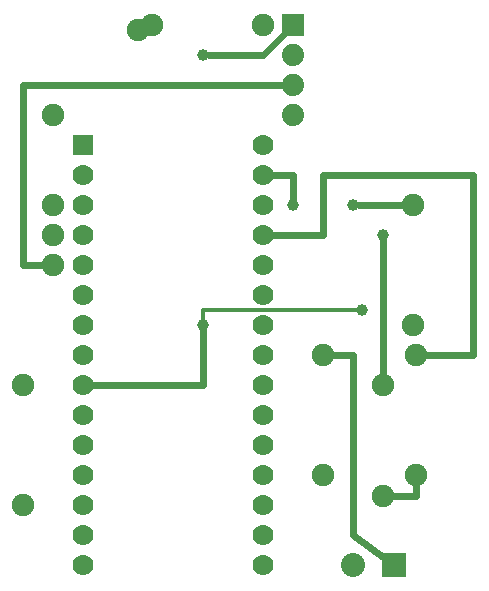
<source format=gtl>
G04 MADE WITH FRITZING*
G04 WWW.FRITZING.ORG*
G04 DOUBLE SIDED*
G04 HOLES PLATED*
G04 CONTOUR ON CENTER OF CONTOUR VECTOR*
%ASAXBY*%
%FSLAX23Y23*%
%MOIN*%
%OFA0B0*%
%SFA1.0B1.0*%
%ADD10C,0.070000*%
%ADD11C,0.074000*%
%ADD12C,0.075000*%
%ADD13C,0.080000*%
%ADD14C,0.039370*%
%ADD15R,0.069972X0.070000*%
%ADD16R,0.074000X0.074000*%
%ADD17R,0.080000X0.080000*%
%ADD18C,0.024000*%
%ADD19C,0.012000*%
%LNCOPPER1*%
G90*
G70*
G54D10*
X244Y1480D03*
X244Y1380D03*
X244Y1280D03*
X244Y1180D03*
X244Y1080D03*
X244Y980D03*
X244Y880D03*
X244Y780D03*
X244Y680D03*
X244Y580D03*
X244Y480D03*
X244Y380D03*
X244Y280D03*
X244Y180D03*
X244Y80D03*
X844Y1480D03*
X844Y1380D03*
X844Y1280D03*
X844Y1180D03*
X844Y1080D03*
X844Y980D03*
X844Y880D03*
X844Y780D03*
X844Y680D03*
X844Y580D03*
X844Y480D03*
X844Y380D03*
X844Y280D03*
X844Y180D03*
X844Y80D03*
G54D11*
X944Y1780D03*
X944Y1680D03*
X944Y1580D03*
X944Y1880D03*
G54D12*
X144Y1280D03*
X144Y1180D03*
X144Y1080D03*
X474Y1880D03*
X844Y1880D03*
X474Y1880D03*
X844Y1880D03*
X1244Y310D03*
X1244Y680D03*
X1244Y310D03*
X1244Y680D03*
G54D13*
X1282Y80D03*
X1144Y80D03*
G54D12*
X1044Y780D03*
X1044Y380D03*
X44Y280D03*
X44Y680D03*
X1356Y780D03*
X1356Y380D03*
X1344Y1280D03*
X1344Y880D03*
X427Y1862D03*
X144Y1580D03*
G54D14*
X1246Y1179D03*
X1146Y1279D03*
X945Y1279D03*
X645Y1779D03*
X644Y880D03*
X1176Y931D03*
G54D15*
X244Y1480D03*
G54D16*
X944Y1880D03*
G54D17*
X1282Y80D03*
G54D18*
X45Y1079D02*
X45Y1579D01*
D02*
X45Y1680D02*
X913Y1680D01*
D02*
X45Y1579D02*
X45Y1680D01*
D02*
X116Y1079D02*
X45Y1079D01*
D02*
X1145Y180D02*
X1146Y779D01*
D02*
X1146Y779D02*
X1073Y779D01*
D02*
X1257Y98D02*
X1145Y180D01*
D02*
X1045Y1379D02*
X1546Y1379D01*
D02*
X1546Y1379D02*
X1546Y1279D01*
D02*
X1045Y1179D02*
X1045Y1379D01*
D02*
X874Y1180D02*
X1045Y1179D01*
D02*
X1546Y779D02*
X1385Y779D01*
D02*
X1546Y1279D02*
X1546Y779D01*
D02*
X1245Y708D02*
X1246Y1160D01*
D02*
X1316Y1280D02*
X1165Y1279D01*
D02*
X945Y1379D02*
X874Y1379D01*
D02*
X945Y1298D02*
X945Y1379D01*
D02*
X922Y1858D02*
X844Y1780D01*
D02*
X844Y1780D02*
X664Y1779D01*
D02*
X645Y679D02*
X274Y680D01*
D02*
X644Y861D02*
X645Y679D01*
G54D19*
D02*
X1163Y931D02*
X644Y931D01*
D02*
X644Y931D02*
X644Y894D01*
G54D18*
D02*
X454Y1872D02*
X447Y1870D01*
D02*
X1356Y351D02*
X1356Y310D01*
D02*
X1356Y310D02*
X1273Y310D01*
G04 End of Copper1*
M02*
</source>
